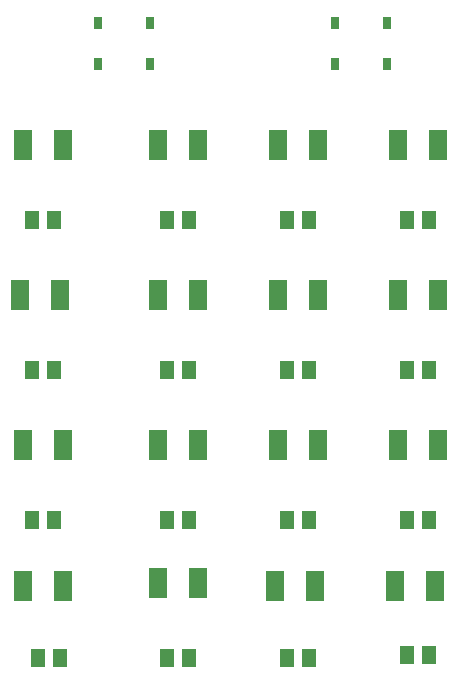
<source format=gbr>
G04 EAGLE Gerber X2 export*
%TF.Part,Single*%
%TF.FileFunction,Paste,Top*%
%TF.FilePolarity,Positive*%
%TF.GenerationSoftware,Autodesk,EAGLE,9.1.3*%
%TF.CreationDate,2018-12-14T10:31:57Z*%
G75*
%MOMM*%
%FSLAX34Y34*%
%LPD*%
%AMOC8*
5,1,8,0,0,1.08239X$1,22.5*%
G01*
%ADD10R,1.300000X1.600000*%
%ADD11R,1.500000X2.600000*%
%ADD12R,0.700000X1.100000*%


D10*
X121260Y477520D03*
X102260Y477520D03*
X235560Y223520D03*
X216560Y223520D03*
X337160Y223520D03*
X318160Y223520D03*
X438760Y223520D03*
X419760Y223520D03*
X126340Y106680D03*
X107340Y106680D03*
X235560Y106680D03*
X216560Y106680D03*
X337160Y106680D03*
X318160Y106680D03*
X438760Y109220D03*
X419760Y109220D03*
X235560Y477520D03*
X216560Y477520D03*
X337160Y477520D03*
X318160Y477520D03*
X438760Y477520D03*
X419760Y477520D03*
X121260Y350520D03*
X102260Y350520D03*
X235560Y350520D03*
X216560Y350520D03*
X337160Y350520D03*
X318160Y350520D03*
X438760Y350520D03*
X419760Y350520D03*
X121260Y223520D03*
X102260Y223520D03*
D11*
X128760Y541020D03*
X94760Y541020D03*
X243060Y541020D03*
X209060Y541020D03*
X344660Y541020D03*
X310660Y541020D03*
X446260Y541020D03*
X412260Y541020D03*
X126220Y414020D03*
X92220Y414020D03*
X243060Y414020D03*
X209060Y414020D03*
X344660Y414020D03*
X310660Y414020D03*
X446260Y414020D03*
X412260Y414020D03*
X128760Y287020D03*
X94760Y287020D03*
X243060Y287020D03*
X209060Y287020D03*
X344660Y287020D03*
X310660Y287020D03*
X446260Y287020D03*
X412260Y287020D03*
X128760Y167640D03*
X94760Y167640D03*
X243060Y170180D03*
X209060Y170180D03*
X342120Y167640D03*
X308120Y167640D03*
X443720Y167640D03*
X409720Y167640D03*
D12*
X202590Y644880D03*
X202590Y609880D03*
X158090Y609880D03*
X158090Y644880D03*
X358750Y609880D03*
X358750Y644880D03*
X403250Y644880D03*
X403250Y609880D03*
M02*

</source>
